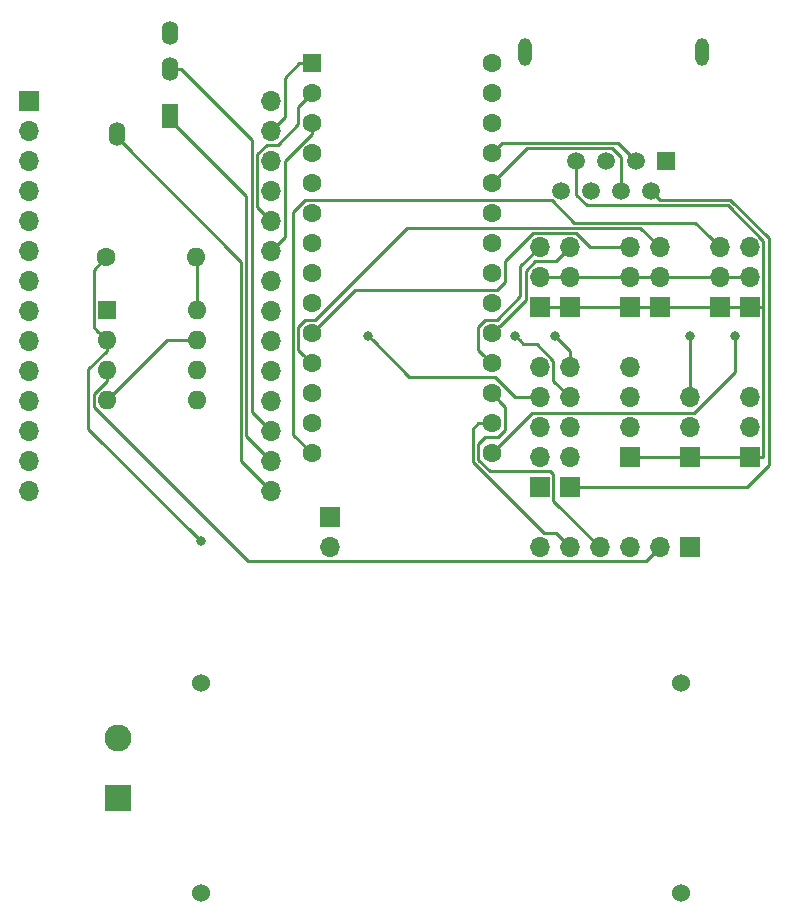
<source format=gbr>
G04 #@! TF.GenerationSoftware,KiCad,Pcbnew,(5.1.5)-3*
G04 #@! TF.CreationDate,2020-06-13T00:42:33-05:00*
G04 #@! TF.ProjectId,ControlBoardT4_28PinSound_Power,436f6e74-726f-46c4-926f-61726454345f,rev?*
G04 #@! TF.SameCoordinates,Original*
G04 #@! TF.FileFunction,Copper,L2,Bot*
G04 #@! TF.FilePolarity,Positive*
%FSLAX46Y46*%
G04 Gerber Fmt 4.6, Leading zero omitted, Abs format (unit mm)*
G04 Created by KiCad (PCBNEW (5.1.5)-3) date 2020-06-13 00:42:33*
%MOMM*%
%LPD*%
G04 APERTURE LIST*
%ADD10C,1.524000*%
%ADD11O,1.140000X2.362000*%
%ADD12C,1.500000*%
%ADD13R,1.500000X1.500000*%
%ADD14R,1.700000X1.700000*%
%ADD15O,1.700000X1.700000*%
%ADD16O,1.400000X2.000000*%
%ADD17R,1.400000X2.000000*%
%ADD18C,1.600000*%
%ADD19R,1.600000X1.600000*%
%ADD20O,1.600000X1.600000*%
%ADD21C,2.286000*%
%ADD22R,2.286000X2.286000*%
%ADD23C,0.800000*%
%ADD24C,0.250000*%
G04 APERTURE END LIST*
D10*
X125920500Y-128079500D03*
X125920500Y-145859500D03*
X166560500Y-128079500D03*
X166560500Y-145859500D03*
D11*
X153416000Y-74631550D03*
X168414700Y-74631550D03*
D12*
X156464000Y-86423500D03*
X157734000Y-83883500D03*
X159004000Y-86423500D03*
X160274000Y-83883500D03*
X161544000Y-86423500D03*
X162814000Y-83883500D03*
X164084000Y-86423500D03*
D13*
X165354000Y-83883500D03*
D14*
X136842500Y-114046000D03*
D15*
X136842500Y-116586000D03*
D14*
X111379000Y-78803500D03*
D15*
X131879000Y-78803500D03*
X111379000Y-81343500D03*
X131879000Y-81343500D03*
X111379000Y-83883500D03*
X131879000Y-83883500D03*
X111379000Y-86423500D03*
X131879000Y-86423500D03*
X111379000Y-88963500D03*
X131879000Y-88963500D03*
X111379000Y-91503500D03*
X131879000Y-91503500D03*
X111379000Y-94043500D03*
X131879000Y-94043500D03*
X111379000Y-96583500D03*
X131879000Y-96583500D03*
X111379000Y-99123500D03*
X131879000Y-99123500D03*
X111379000Y-101663500D03*
X131879000Y-101663500D03*
X111379000Y-104203500D03*
X131879000Y-104203500D03*
X111379000Y-106743500D03*
X131879000Y-106743500D03*
X111379000Y-109283500D03*
X131879000Y-109283500D03*
X111379000Y-111823500D03*
X131879000Y-111823500D03*
D16*
X118808500Y-81573500D03*
D17*
X123308500Y-80073500D03*
D16*
X123308500Y-76073500D03*
X123308500Y-73073500D03*
D15*
X172402500Y-103886000D03*
X172402500Y-106426000D03*
D14*
X172402500Y-108966000D03*
D18*
X135318500Y-108648500D03*
X135318500Y-106108500D03*
X135318500Y-103568500D03*
X135318500Y-101028500D03*
X135318500Y-98488500D03*
X135318500Y-95948500D03*
X135318500Y-93408500D03*
X135318500Y-90868500D03*
X135318500Y-88328500D03*
X135318500Y-85788500D03*
X135318500Y-83248500D03*
X135318500Y-80708500D03*
X135318500Y-78168500D03*
D19*
X135318500Y-75628500D03*
D18*
X150558500Y-108648500D03*
X150558500Y-106108500D03*
X150558500Y-103568500D03*
X150558500Y-101028500D03*
X150558500Y-98488500D03*
X150558500Y-95948500D03*
X150558500Y-93408500D03*
X150558500Y-90868500D03*
X150558500Y-88328500D03*
X150558500Y-85788500D03*
X150558500Y-83248500D03*
X150558500Y-80708500D03*
X150558500Y-78168500D03*
X150558500Y-75628500D03*
D14*
X167322500Y-116586000D03*
D15*
X164782500Y-116586000D03*
X162242500Y-116586000D03*
X159702500Y-116586000D03*
X157162500Y-116586000D03*
X154622500Y-116586000D03*
X162242500Y-91186000D03*
X164782500Y-91186000D03*
X162242500Y-93726000D03*
X164782500Y-93726000D03*
D14*
X164782500Y-96266000D03*
X162242500Y-96266000D03*
X157162500Y-96266000D03*
D15*
X157162500Y-93726000D03*
X154622500Y-93726000D03*
X157162500Y-91186000D03*
X154622500Y-91186000D03*
D14*
X154622500Y-96266000D03*
X157162500Y-111506000D03*
D15*
X157162500Y-108966000D03*
X154622500Y-108966000D03*
X157162500Y-106426000D03*
X154622500Y-106426000D03*
X157162500Y-103886000D03*
X154622500Y-103886000D03*
X157162500Y-101346000D03*
X154622500Y-101346000D03*
D14*
X154622500Y-111506000D03*
X172402500Y-96266000D03*
D15*
X172402500Y-93726000D03*
X169862500Y-93726000D03*
X172402500Y-91186000D03*
X169862500Y-91186000D03*
D14*
X169862500Y-96266000D03*
X162242500Y-108966000D03*
D15*
X162242500Y-106426000D03*
X162242500Y-103886000D03*
X162242500Y-101346000D03*
D14*
X167322500Y-108966000D03*
D15*
X167322500Y-106426000D03*
X167322500Y-103886000D03*
D19*
X117983000Y-96520000D03*
D20*
X125603000Y-104140000D03*
X117983000Y-99060000D03*
X125603000Y-101600000D03*
X117983000Y-101600000D03*
X125603000Y-99060000D03*
X117983000Y-104140000D03*
X125603000Y-96520000D03*
D18*
X117919500Y-92011500D03*
D20*
X125539500Y-92011500D03*
D21*
X118935500Y-132778500D03*
D22*
X118935500Y-137858500D03*
D23*
X167322500Y-98679000D03*
X171196000Y-98679000D03*
X152527000Y-98679000D03*
X140081000Y-98679000D03*
X155892500Y-98679000D03*
X125920500Y-116078000D03*
D24*
X167322500Y-102683919D02*
X167322500Y-98679000D01*
X167322500Y-103886000D02*
X167322500Y-102683919D01*
X149758501Y-100228501D02*
X150558500Y-101028500D01*
X150018499Y-97363499D02*
X149433499Y-97948499D01*
X150985001Y-97363499D02*
X150018499Y-97363499D01*
X152997490Y-95351010D02*
X150985001Y-97363499D01*
X149433499Y-99903499D02*
X149758501Y-100228501D01*
X152997490Y-92811010D02*
X152997490Y-95351010D01*
X149433499Y-97948499D02*
X149433499Y-99903499D01*
X154622500Y-91186000D02*
X152997490Y-92811010D01*
X136118499Y-97688501D02*
X135318500Y-98488500D01*
X138983501Y-94823499D02*
X136118499Y-97688501D01*
X150985001Y-94823499D02*
X138983501Y-94823499D01*
X151683501Y-94124999D02*
X150985001Y-94823499D01*
X151683501Y-92385997D02*
X151683501Y-94124999D01*
X154058499Y-90010999D02*
X151683501Y-92385997D01*
X157726501Y-90010999D02*
X154058499Y-90010999D01*
X158901502Y-91186000D02*
X157726501Y-90010999D01*
X162242500Y-91186000D02*
X158901502Y-91186000D01*
X169012501Y-90336001D02*
X169862500Y-91186000D01*
X135318500Y-108648500D02*
X133743489Y-107073489D01*
X133743489Y-107073489D02*
X133743489Y-88238509D01*
X133743489Y-88238509D02*
X134778499Y-87203499D01*
X134778499Y-87203499D02*
X155652997Y-87203499D01*
X155652997Y-87203499D02*
X157560478Y-89110980D01*
X167787480Y-89110980D02*
X169012501Y-90336001D01*
X157560478Y-89110980D02*
X167787480Y-89110980D01*
X156312501Y-92035999D02*
X157162500Y-91186000D01*
X155987499Y-92361001D02*
X156312501Y-92035999D01*
X154248497Y-92361001D02*
X155987499Y-92361001D01*
X153447499Y-93161999D02*
X154248497Y-92361001D01*
X153447499Y-95650911D02*
X153447499Y-93161999D01*
X151284902Y-97813508D02*
X153447499Y-95650911D01*
X150558500Y-98425000D02*
X151169991Y-97813509D01*
X151169991Y-97813509D02*
X151284902Y-97813508D01*
X150558500Y-98488500D02*
X150558500Y-98425000D01*
X134518501Y-100228501D02*
X135318500Y-101028500D01*
X134193499Y-99903499D02*
X134518501Y-100228501D01*
X134193499Y-97948499D02*
X134193499Y-99903499D01*
X134778499Y-97363499D02*
X134193499Y-97948499D01*
X135568503Y-97363499D02*
X134778499Y-97363499D01*
X143371012Y-89560990D02*
X135568503Y-97363499D01*
X163157490Y-89560990D02*
X143371012Y-89560990D01*
X164782500Y-91186000D02*
X163157490Y-89560990D01*
X153956001Y-105250999D02*
X150558500Y-108648500D01*
X167696503Y-105250999D02*
X153956001Y-105250999D01*
X171196000Y-98679000D02*
X171196000Y-101751502D01*
X171196000Y-101751502D02*
X167696503Y-105250999D01*
X152926999Y-99078999D02*
X152527000Y-98679000D01*
X153252001Y-99404001D02*
X152926999Y-99078999D01*
X154419503Y-99404001D02*
X153252001Y-99404001D01*
X155797501Y-100781999D02*
X154419503Y-99404001D01*
X155797501Y-102521001D02*
X155797501Y-100781999D01*
X157162500Y-103886000D02*
X155797501Y-102521001D01*
X140480999Y-99078999D02*
X140081000Y-98679000D01*
X143555501Y-102153501D02*
X140480999Y-99078999D01*
X150808503Y-102153501D02*
X143555501Y-102153501D01*
X152541002Y-103886000D02*
X150808503Y-102153501D01*
X154622500Y-103886000D02*
X152541002Y-103886000D01*
X157162500Y-101282500D02*
X157162500Y-101346000D01*
X157162500Y-99949000D02*
X155892500Y-98679000D01*
X157162500Y-101346000D02*
X157162500Y-99949000D01*
X151358499Y-104368499D02*
X150558500Y-103568500D01*
X151683501Y-104693501D02*
X151358499Y-104368499D01*
X151683501Y-106648501D02*
X151683501Y-104693501D01*
X149433499Y-107818501D02*
X150018499Y-107233501D01*
X149433499Y-109188501D02*
X149433499Y-107818501D01*
X150385999Y-110141001D02*
X149433499Y-109188501D01*
X155542503Y-110141001D02*
X150385999Y-110141001D01*
X155797501Y-110395999D02*
X155542503Y-110141001D01*
X155797501Y-112681001D02*
X155797501Y-110395999D01*
X151098501Y-107233501D02*
X151683501Y-106648501D01*
X150018499Y-107233501D02*
X151098501Y-107233501D01*
X159702500Y-116586000D02*
X155797501Y-112681001D01*
X156312501Y-115736001D02*
X157162500Y-116586000D01*
X155987499Y-115410999D02*
X156312501Y-115736001D01*
X155019587Y-115410999D02*
X155987499Y-115410999D01*
X148983490Y-109374902D02*
X155019587Y-115410999D01*
X148983489Y-106552141D02*
X148983490Y-109374902D01*
X149427130Y-106108500D02*
X148983489Y-106552141D01*
X150558500Y-106108500D02*
X149427130Y-106108500D01*
X172147502Y-111506000D02*
X158262500Y-111506000D01*
X174027511Y-109625991D02*
X172147502Y-111506000D01*
X158262500Y-111506000D02*
X157162500Y-111506000D01*
X174027511Y-90435599D02*
X174027511Y-109625991D01*
X170771903Y-87179991D02*
X174027511Y-90435599D01*
X164840490Y-87179990D02*
X170771903Y-87179991D01*
X164084000Y-86423500D02*
X164840490Y-87179990D01*
X123063000Y-99060000D02*
X117983000Y-104140000D01*
X125603000Y-99060000D02*
X123063000Y-99060000D01*
X125603000Y-92075000D02*
X125539500Y-92011500D01*
X125603000Y-96520000D02*
X125603000Y-92075000D01*
X171200419Y-93726000D02*
X154622500Y-93726000D01*
X172402500Y-93726000D02*
X171200419Y-93726000D01*
X132728999Y-80493501D02*
X131879000Y-81343500D01*
X133054001Y-80168499D02*
X132728999Y-80493501D01*
X133054001Y-76842999D02*
X133054001Y-80168499D01*
X134268500Y-75628500D02*
X133054001Y-76842999D01*
X135318500Y-75628500D02*
X134268500Y-75628500D01*
X157734000Y-86744502D02*
X158619498Y-87630000D01*
X157734000Y-83883500D02*
X157734000Y-86744502D01*
X173577501Y-96190999D02*
X173502500Y-96266000D01*
X173577501Y-90621999D02*
X173577501Y-96190999D01*
X170585502Y-87630000D02*
X173577501Y-90621999D01*
X158619498Y-87630000D02*
X170585502Y-87630000D01*
X172402500Y-96266000D02*
X154622500Y-96266000D01*
X173502500Y-108966000D02*
X172402500Y-108966000D01*
X173577501Y-108890999D02*
X173502500Y-108966000D01*
X173577501Y-96341001D02*
X173577501Y-108890999D01*
X173502500Y-96266000D02*
X173577501Y-96341001D01*
X172402500Y-96266000D02*
X173502500Y-96266000D01*
X172402500Y-108966000D02*
X162242500Y-108966000D01*
X162064001Y-83133501D02*
X162814000Y-83883500D01*
X161288989Y-82358489D02*
X162064001Y-83133501D01*
X151448511Y-82358489D02*
X161288989Y-82358489D01*
X150558500Y-83248500D02*
X151448511Y-82358489D01*
X151358499Y-84988501D02*
X150558500Y-85788500D01*
X153538501Y-82808499D02*
X151358499Y-84988501D01*
X160790001Y-82808499D02*
X153538501Y-82808499D01*
X161544000Y-83562498D02*
X160790001Y-82808499D01*
X161544000Y-86423500D02*
X161544000Y-83562498D01*
X134518501Y-78968499D02*
X135318500Y-78168500D01*
X134193499Y-79293501D02*
X134518501Y-78968499D01*
X134193499Y-80768003D02*
X134193499Y-79293501D01*
X132443001Y-82518501D02*
X134193499Y-80768003D01*
X131504997Y-82518501D02*
X132443001Y-82518501D01*
X130703999Y-83319499D02*
X131504997Y-82518501D01*
X130703999Y-87788499D02*
X130703999Y-83319499D01*
X131879000Y-88963500D02*
X130703999Y-87788499D01*
X132728999Y-90653501D02*
X131879000Y-91503500D01*
X133054001Y-90328499D02*
X132728999Y-90653501D01*
X133054001Y-83847997D02*
X133054001Y-90328499D01*
X135318500Y-81583498D02*
X133054001Y-83847997D01*
X135318500Y-80708500D02*
X135318500Y-81583498D01*
X163932501Y-117435999D02*
X164782500Y-116586000D01*
X163607499Y-117761001D02*
X163932501Y-117435999D01*
X129938999Y-117761001D02*
X163607499Y-117761001D01*
X116857999Y-104680001D02*
X129938999Y-117761001D01*
X116857999Y-103599999D02*
X116857999Y-104680001D01*
X117983000Y-102474998D02*
X116857999Y-103599999D01*
X117983000Y-101600000D02*
X117983000Y-102474998D01*
X117183001Y-98260001D02*
X117983000Y-99060000D01*
X116857999Y-97934999D02*
X117183001Y-98260001D01*
X116857999Y-93073001D02*
X116857999Y-97934999D01*
X117919500Y-92011500D02*
X116857999Y-93073001D01*
X116407989Y-101510009D02*
X116407989Y-106565489D01*
X117983000Y-99060000D02*
X117983000Y-99934998D01*
X117983000Y-99934998D02*
X116407989Y-101510009D01*
X116407989Y-106565489D02*
X125920500Y-116078000D01*
X125920500Y-116078000D02*
X125920500Y-116078000D01*
X131029001Y-110973501D02*
X131879000Y-111823500D01*
X129353969Y-109298469D02*
X131029001Y-110973501D01*
X129353969Y-92418969D02*
X129353969Y-109298469D01*
X118808500Y-81873500D02*
X129353969Y-92418969D01*
X118808500Y-81573500D02*
X118808500Y-81873500D01*
X131029001Y-108433501D02*
X131879000Y-109283500D01*
X129803979Y-107208479D02*
X131029001Y-108433501D01*
X129803979Y-86868979D02*
X129803979Y-107208479D01*
X123308500Y-80373500D02*
X129803979Y-86868979D01*
X123308500Y-80073500D02*
X123308500Y-80373500D01*
X131029001Y-105893501D02*
X131879000Y-106743500D01*
X130253989Y-105118489D02*
X131029001Y-105893501D01*
X130253989Y-82068989D02*
X130253989Y-105118489D01*
X124258500Y-76073500D02*
X130253989Y-82068989D01*
X123308500Y-76073500D02*
X124258500Y-76073500D01*
M02*

</source>
